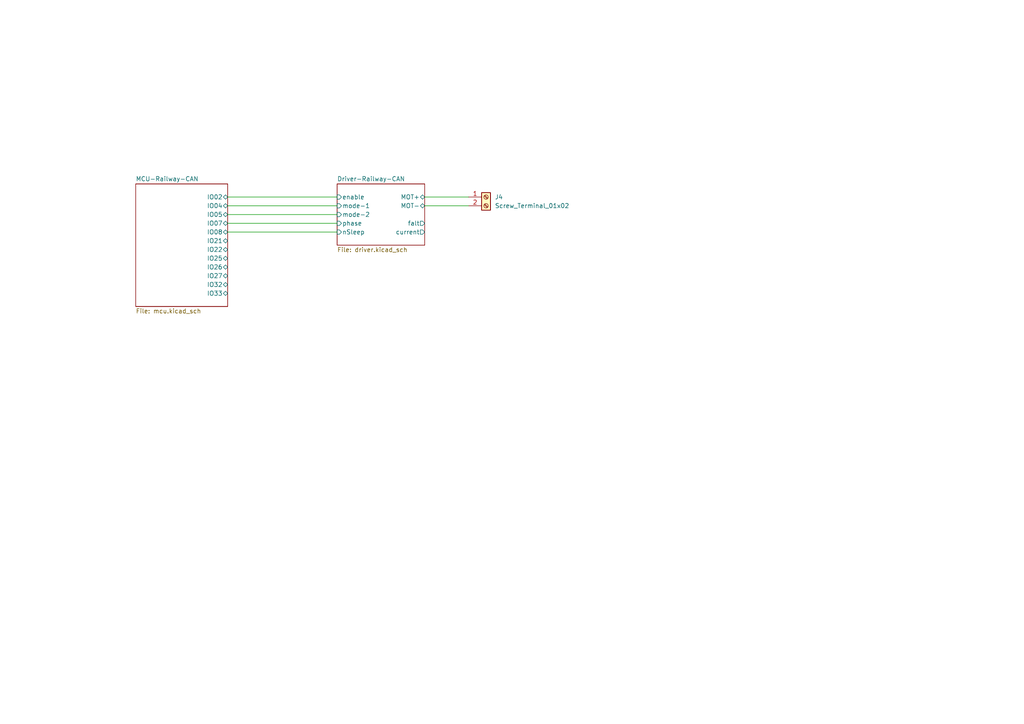
<source format=kicad_sch>
(kicad_sch
	(version 20231120)
	(generator "eeschema")
	(generator_version "8.0")
	(uuid "e87f8d3b-085f-4102-95a6-805c7a7244eb")
	(paper "A4")
	(lib_symbols
		(symbol "Connector:Screw_Terminal_01x02"
			(pin_names
				(offset 1.016) hide)
			(exclude_from_sim no)
			(in_bom yes)
			(on_board yes)
			(property "Reference" "J"
				(at 0 2.54 0)
				(effects
					(font
						(size 1.27 1.27)
					)
				)
			)
			(property "Value" "Screw_Terminal_01x02"
				(at 0 -5.08 0)
				(effects
					(font
						(size 1.27 1.27)
					)
				)
			)
			(property "Footprint" ""
				(at 0 0 0)
				(effects
					(font
						(size 1.27 1.27)
					)
					(hide yes)
				)
			)
			(property "Datasheet" "~"
				(at 0 0 0)
				(effects
					(font
						(size 1.27 1.27)
					)
					(hide yes)
				)
			)
			(property "Description" "Generic screw terminal, single row, 01x02, script generated (kicad-library-utils/schlib/autogen/connector/)"
				(at 0 0 0)
				(effects
					(font
						(size 1.27 1.27)
					)
					(hide yes)
				)
			)
			(property "ki_keywords" "screw terminal"
				(at 0 0 0)
				(effects
					(font
						(size 1.27 1.27)
					)
					(hide yes)
				)
			)
			(property "ki_fp_filters" "TerminalBlock*:*"
				(at 0 0 0)
				(effects
					(font
						(size 1.27 1.27)
					)
					(hide yes)
				)
			)
			(symbol "Screw_Terminal_01x02_1_1"
				(rectangle
					(start -1.27 1.27)
					(end 1.27 -3.81)
					(stroke
						(width 0.254)
						(type default)
					)
					(fill
						(type background)
					)
				)
				(circle
					(center 0 -2.54)
					(radius 0.635)
					(stroke
						(width 0.1524)
						(type default)
					)
					(fill
						(type none)
					)
				)
				(polyline
					(pts
						(xy -0.5334 -2.2098) (xy 0.3302 -3.048)
					)
					(stroke
						(width 0.1524)
						(type default)
					)
					(fill
						(type none)
					)
				)
				(polyline
					(pts
						(xy -0.5334 0.3302) (xy 0.3302 -0.508)
					)
					(stroke
						(width 0.1524)
						(type default)
					)
					(fill
						(type none)
					)
				)
				(polyline
					(pts
						(xy -0.3556 -2.032) (xy 0.508 -2.8702)
					)
					(stroke
						(width 0.1524)
						(type default)
					)
					(fill
						(type none)
					)
				)
				(polyline
					(pts
						(xy -0.3556 0.508) (xy 0.508 -0.3302)
					)
					(stroke
						(width 0.1524)
						(type default)
					)
					(fill
						(type none)
					)
				)
				(circle
					(center 0 0)
					(radius 0.635)
					(stroke
						(width 0.1524)
						(type default)
					)
					(fill
						(type none)
					)
				)
				(pin passive line
					(at -5.08 0 0)
					(length 3.81)
					(name "Pin_1"
						(effects
							(font
								(size 1.27 1.27)
							)
						)
					)
					(number "1"
						(effects
							(font
								(size 1.27 1.27)
							)
						)
					)
				)
				(pin passive line
					(at -5.08 -2.54 0)
					(length 3.81)
					(name "Pin_2"
						(effects
							(font
								(size 1.27 1.27)
							)
						)
					)
					(number "2"
						(effects
							(font
								(size 1.27 1.27)
							)
						)
					)
				)
			)
		)
	)
	(wire
		(pts
			(xy 66.04 57.15) (xy 97.79 57.15)
		)
		(stroke
			(width 0)
			(type default)
		)
		(uuid "0d4e9e8b-14cd-47b4-b7a3-095355ca9788")
	)
	(wire
		(pts
			(xy 66.04 59.69) (xy 97.79 59.69)
		)
		(stroke
			(width 0)
			(type default)
		)
		(uuid "44890356-63c6-42e1-9173-62e8c6351d01")
	)
	(wire
		(pts
			(xy 123.19 57.15) (xy 135.89 57.15)
		)
		(stroke
			(width 0)
			(type default)
		)
		(uuid "4b60201d-e459-4ea6-9be3-c87468f2ba80")
	)
	(wire
		(pts
			(xy 66.04 64.77) (xy 97.79 64.77)
		)
		(stroke
			(width 0)
			(type default)
		)
		(uuid "50198cb0-6a95-47f3-8612-9b7c6b3a52d9")
	)
	(wire
		(pts
			(xy 66.04 67.31) (xy 97.79 67.31)
		)
		(stroke
			(width 0)
			(type default)
		)
		(uuid "c1a64659-5f08-4050-8739-86dfa21a6e44")
	)
	(wire
		(pts
			(xy 66.04 62.23) (xy 97.79 62.23)
		)
		(stroke
			(width 0)
			(type default)
		)
		(uuid "d25f90d9-3924-4c8f-8550-1b8e8e036b95")
	)
	(wire
		(pts
			(xy 123.19 59.69) (xy 135.89 59.69)
		)
		(stroke
			(width 0)
			(type default)
		)
		(uuid "d4607da1-9ff4-43ea-a9d1-fb9552b29df2")
	)
	(symbol
		(lib_id "Connector:Screw_Terminal_01x02")
		(at 140.97 57.15 0)
		(unit 1)
		(exclude_from_sim no)
		(in_bom yes)
		(on_board yes)
		(dnp no)
		(fields_autoplaced yes)
		(uuid "8033411d-5b04-4878-8d1a-17161a6180d6")
		(property "Reference" "J4"
			(at 143.51 57.1499 0)
			(effects
				(font
					(size 1.27 1.27)
				)
				(justify left)
			)
		)
		(property "Value" "Screw_Terminal_01x02"
			(at 143.51 59.6899 0)
			(effects
				(font
					(size 1.27 1.27)
				)
				(justify left)
			)
		)
		(property "Footprint" ""
			(at 140.97 57.15 0)
			(effects
				(font
					(size 1.27 1.27)
				)
				(hide yes)
			)
		)
		(property "Datasheet" "~"
			(at 140.97 57.15 0)
			(effects
				(font
					(size 1.27 1.27)
				)
				(hide yes)
			)
		)
		(property "Description" "Generic screw terminal, single row, 01x02, script generated (kicad-library-utils/schlib/autogen/connector/)"
			(at 140.97 57.15 0)
			(effects
				(font
					(size 1.27 1.27)
				)
				(hide yes)
			)
		)
		(pin "1"
			(uuid "992b5448-96b5-4dd6-befa-f7d03e743b0a")
		)
		(pin "2"
			(uuid "106aac26-5bbc-4e57-a9d1-d055e828f37c")
		)
		(instances
			(project "Railway-CAN"
				(path "/e87f8d3b-085f-4102-95a6-805c7a7244eb"
					(reference "J4")
					(unit 1)
				)
			)
		)
	)
	(sheet
		(at 97.79 53.34)
		(size 25.4 17.78)
		(fields_autoplaced yes)
		(stroke
			(width 0.1524)
			(type solid)
		)
		(fill
			(color 0 0 0 0.0000)
		)
		(uuid "2406e530-ab28-47d9-891c-67814956d0d6")
		(property "Sheetname" "Driver-Railway-CAN"
			(at 97.79 52.6284 0)
			(effects
				(font
					(size 1.27 1.27)
				)
				(justify left bottom)
			)
		)
		(property "Sheetfile" "driver.kicad_sch"
			(at 97.79 71.7046 0)
			(effects
				(font
					(size 1.27 1.27)
				)
				(justify left top)
			)
		)
		(pin "enable" input
			(at 97.79 57.15 180)
			(effects
				(font
					(size 1.27 1.27)
				)
				(justify left)
			)
			(uuid "f7a34809-420b-4497-922b-0d871875eee5")
		)
		(pin "mode-2" input
			(at 97.79 62.23 180)
			(effects
				(font
					(size 1.27 1.27)
				)
				(justify left)
			)
			(uuid "c7350a2c-3d1b-44be-8cff-64f220440172")
		)
		(pin "phase" input
			(at 97.79 64.77 180)
			(effects
				(font
					(size 1.27 1.27)
				)
				(justify left)
			)
			(uuid "a810a4c9-c061-41ca-bdf4-abe0d8de48a4")
		)
		(pin "nSleep" input
			(at 97.79 67.31 180)
			(effects
				(font
					(size 1.27 1.27)
				)
				(justify left)
			)
			(uuid "725cfdaf-0f4c-4f5a-b58c-d8cfb85386ab")
		)
		(pin "mode-1" input
			(at 97.79 59.69 180)
			(effects
				(font
					(size 1.27 1.27)
				)
				(justify left)
			)
			(uuid "98e692cf-1a73-4bbd-81cb-b382ae8f6bf9")
		)
		(pin "current" output
			(at 123.19 67.31 0)
			(effects
				(font
					(size 1.27 1.27)
				)
				(justify right)
			)
			(uuid "ee57f8ee-1ead-4734-a4d6-a0b65ca457ee")
		)
		(pin "falt" output
			(at 123.19 64.77 0)
			(effects
				(font
					(size 1.27 1.27)
				)
				(justify right)
			)
			(uuid "6e995610-d6c6-4e86-88e1-752fa695ccbb")
		)
		(pin "MOT+" bidirectional
			(at 123.19 57.15 0)
			(effects
				(font
					(size 1.27 1.27)
				)
				(justify right)
			)
			(uuid "0775b070-9cf7-4502-9a8e-33be489e18de")
		)
		(pin "MOT-" bidirectional
			(at 123.19 59.69 0)
			(effects
				(font
					(size 1.27 1.27)
				)
				(justify right)
			)
			(uuid "64bd8511-78d7-4160-a217-7794c6f5cbb2")
		)
		(instances
			(project "Railway-CAN"
				(path "/e87f8d3b-085f-4102-95a6-805c7a7244eb"
					(page "3")
				)
			)
		)
	)
	(sheet
		(at 39.37 53.34)
		(size 26.67 35.56)
		(fields_autoplaced yes)
		(stroke
			(width 0.1524)
			(type solid)
		)
		(fill
			(color 0 0 0 0.0000)
		)
		(uuid "57056fa5-79f9-4bef-8882-fc51ad9e03ef")
		(property "Sheetname" "MCU-Railway-CAN"
			(at 39.37 52.6284 0)
			(effects
				(font
					(size 1.27 1.27)
				)
				(justify left bottom)
			)
		)
		(property "Sheetfile" "mcu.kicad_sch"
			(at 39.37 89.4846 0)
			(effects
				(font
					(size 1.27 1.27)
				)
				(justify left top)
			)
		)
		(pin "IO32" bidirectional
			(at 66.04 82.55 0)
			(effects
				(font
					(size 1.27 1.27)
				)
				(justify right)
			)
			(uuid "9ae89437-5065-4ed7-a108-24b8394ff25c")
		)
		(pin "IO27" bidirectional
			(at 66.04 80.01 0)
			(effects
				(font
					(size 1.27 1.27)
				)
				(justify right)
			)
			(uuid "b304df94-ce00-4560-8eb4-8c66a3027262")
		)
		(pin "IO26" bidirectional
			(at 66.04 77.47 0)
			(effects
				(font
					(size 1.27 1.27)
				)
				(justify right)
			)
			(uuid "3760eee2-e1ae-40a8-9481-d613657d8ede")
		)
		(pin "IO33" bidirectional
			(at 66.04 85.09 0)
			(effects
				(font
					(size 1.27 1.27)
				)
				(justify right)
			)
			(uuid "039534ac-4438-4867-bb87-39c1ac84875d")
		)
		(pin "IO21" bidirectional
			(at 66.04 69.85 0)
			(effects
				(font
					(size 1.27 1.27)
				)
				(justify right)
			)
			(uuid "a3d0e5eb-7939-4940-8c35-1e716a67644d")
		)
		(pin "IO25" bidirectional
			(at 66.04 74.93 0)
			(effects
				(font
					(size 1.27 1.27)
				)
				(justify right)
			)
			(uuid "f771c65e-318a-436b-8031-c42aa7a46095")
		)
		(pin "IO22" bidirectional
			(at 66.04 72.39 0)
			(effects
				(font
					(size 1.27 1.27)
				)
				(justify right)
			)
			(uuid "1a3e970b-6d4c-43e0-837b-932ab540de5d")
		)
		(pin "IO05" bidirectional
			(at 66.04 62.23 0)
			(effects
				(font
					(size 1.27 1.27)
				)
				(justify right)
			)
			(uuid "2390a0d5-bc48-4fc0-9110-f8ae2a1aa09f")
		)
		(pin "IO07" bidirectional
			(at 66.04 64.77 0)
			(effects
				(font
					(size 1.27 1.27)
				)
				(justify right)
			)
			(uuid "db06b9a3-f9e6-4fa1-834f-56bc85c242e7")
		)
		(pin "IO08" bidirectional
			(at 66.04 67.31 0)
			(effects
				(font
					(size 1.27 1.27)
				)
				(justify right)
			)
			(uuid "404b988b-7574-4961-835f-540ba4cba5c6")
		)
		(pin "IO02" bidirectional
			(at 66.04 57.15 0)
			(effects
				(font
					(size 1.27 1.27)
				)
				(justify right)
			)
			(uuid "0dbb5f15-e41d-41d7-8491-cc6e7e07772f")
		)
		(pin "IO04" bidirectional
			(at 66.04 59.69 0)
			(effects
				(font
					(size 1.27 1.27)
				)
				(justify right)
			)
			(uuid "fedf604a-1cce-42a1-afeb-d7929984ecda")
		)
		(instances
			(project "Railway-CAN"
				(path "/e87f8d3b-085f-4102-95a6-805c7a7244eb"
					(page "2")
				)
			)
		)
	)
	(sheet_instances
		(path "/"
			(page "1")
		)
	)
)

</source>
